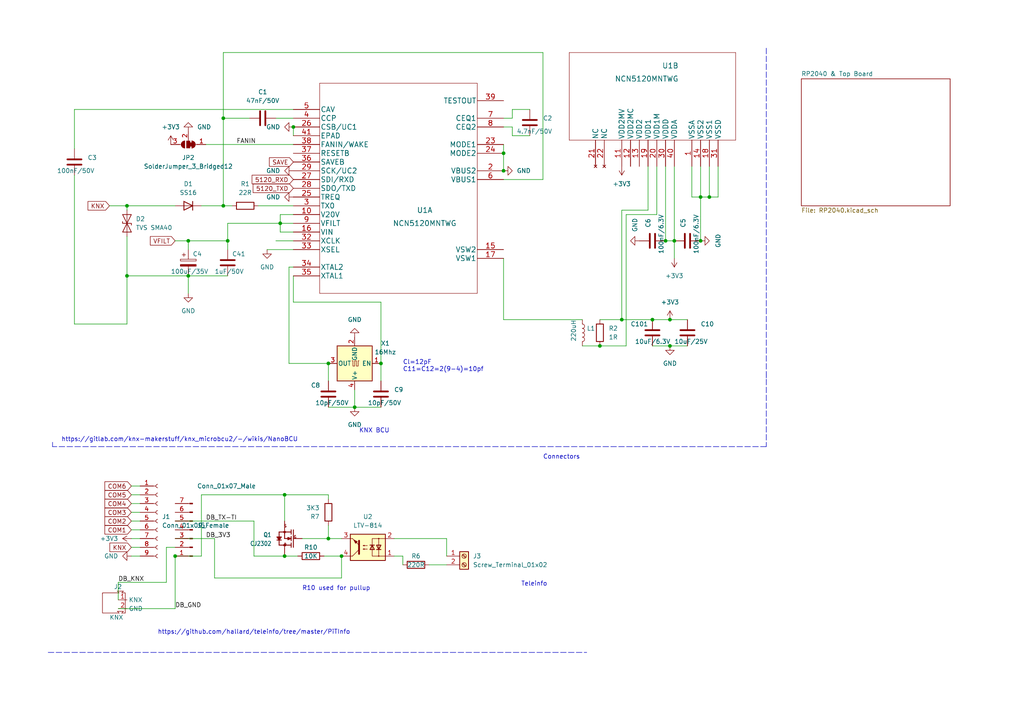
<source format=kicad_sch>
(kicad_sch (version 20211123) (generator eeschema)
  (paper "A4")
  (title_block (title "KNX - TPInfo") (date "2022-11-17") (rev "02") (company "Emmanuel Carjat") (comment 1 "KNX schematics from SirSysdom NanoBCU") (comment 2 "Teleinfo from Charles Hallard"))
  (lib_symbols
    (symbol "2022-10-30_19-40-08:NCN5120MNTWG" (pin_names (offset 0.254))
      (property "Reference" "U" (at 30.48 12.7 0))
      (property "Value" "NCN5120MNTWG" (at 30.48 10.16 0))
      (symbol "NCN5120MNTWG_1_1"
        (polyline (pts (xy 7.62 -53.34) (xy 53.34 -53.34)) (stroke (width 0.127)))
        (polyline (pts (xy 7.62 7.62) (xy 7.62 -53.34)) (stroke (width 0.127)))
        (polyline (pts (xy 53.34 -53.34) (xy 53.34 7.62)) (stroke (width 0.127)))
        (polyline (pts (xy 53.34 7.62) (xy 7.62 7.62)) (stroke (width 0.127)))
        (pin unspecified line (at 0 -30.48 0) (length 7.62) (name "V20V") (number "10"))
        (pin bidirectional line (at 60.96 -40.64 180) (length 7.62) (name "VSW2") (number "15"))
        (pin unspecified line (at 0 -35.56 0) (length 7.62) (name "VIN") (number "16"))
        (pin bidirectional line (at 60.96 -43.18 180) (length 7.62) (name "VSW1") (number "17"))
        (pin bidirectional line (at 60.96 -17.78 180) (length 7.62) (name "VBUS2") (number "2"))
        (pin bidirectional line (at 60.96 -10.16 180) (length 7.62) (name "MODE1") (number "23"))
        (pin bidirectional line (at 60.96 -12.7 180) (length 7.62) (name "MODE2") (number "24"))
        (pin unspecified line (at 0 -25.4 0) (length 7.62) (name "TREQ") (number "25"))
        (pin unspecified line (at 0 -5.08 0) (length 7.62) (name "CSB/UC1") (number "26"))
        (pin unspecified line (at 0 -20.32 0) (length 7.62) (name "SDI/RXD") (number "27"))
        (pin unspecified line (at 0 -22.86 0) (length 7.62) (name "SDO/TXD") (number "28"))
        (pin unspecified line (at 0 -17.78 0) (length 7.62) (name "SCK/UC2") (number "29"))
        (pin unspecified line (at 0 -27.94 0) (length 7.62) (name "TX0") (number "3"))
        (pin unspecified line (at 0 -38.1 0) (length 7.62) (name "XCLK") (number "32"))
        (pin unspecified line (at 0 -40.64 0) (length 7.62) (name "XSEL") (number "33"))
        (pin unspecified line (at 0 -45.72 0) (length 7.62) (name "XTAL2") (number "34"))
        (pin bidirectional line (at 0 -48.26 0) (length 7.62) (name "XTAL1") (number "35"))
        (pin unspecified line (at 0 -15.24 0) (length 7.62) (name "SAVEB") (number "36"))
        (pin unspecified line (at 0 -12.7 0) (length 7.62) (name "RESETB") (number "37"))
        (pin unspecified line (at 0 -10.16 0) (length 7.62) (name "FANIN/WAKE") (number "38"))
        (pin output line (at 60.96 2.54 180) (length 7.62) (name "TESTOUT") (number "39"))
        (pin unspecified line (at 0 -2.54 0) (length 7.62) (name "CCP") (number "4"))
        (pin unspecified line (at 0 -7.62 0) (length 7.62) (name "EPAD") (number "41"))
        (pin unspecified line (at 0 0 0) (length 7.62) (name "CAV") (number "5"))
        (pin bidirectional line (at 60.96 -20.32 180) (length 7.62) (name "VBUS1") (number "6"))
        (pin bidirectional line (at 60.96 -2.54 180) (length 7.62) (name "CEQ1") (number "7"))
        (pin bidirectional line (at 60.96 -5.08 180) (length 7.62) (name "CEQ2") (number "8"))
        (pin unspecified line (at 0 -33.02 0) (length 7.62) (name "VFILT") (number "9"))
      )
      (symbol "NCN5120MNTWG_2_1"
        (polyline (pts (xy 7.62 -40.64) (xy 33.02 -40.64)) (stroke (width 0.127)))
        (polyline (pts (xy 7.62 7.62) (xy 7.62 -40.64)) (stroke (width 0.127)))
        (polyline (pts (xy 33.02 -40.64) (xy 33.02 7.62)) (stroke (width 0.127)))
        (polyline (pts (xy 33.02 7.62) (xy 7.62 7.62)) (stroke (width 0.127)))
        (pin power_in line (at 0 -27.94 0) (length 7.62) (name "VSSA") (number "1"))
        (pin power_in line (at 0 -7.62 0) (length 7.62) (name "VDD2MV") (number "11"))
        (pin power_in line (at 0 -10.16 0) (length 7.62) (name "VDD2MC") (number "12"))
        (pin power_in line (at 0 -12.7 0) (length 7.62) (name "VDD2") (number "13"))
        (pin power_in line (at 0 -30.48 0) (length 7.62) (name "VSS2") (number "14"))
        (pin power_in line (at 0 -33.02 0) (length 7.62) (name "VSS1") (number "18"))
        (pin power_in line (at 0 -15.24 0) (length 7.62) (name "VDD1") (number "19"))
        (pin power_in line (at 0 -17.78 0) (length 7.62) (name "VDD1M") (number "20"))
        (pin no_connect line (at 0 0 0) (length 7.62) (name "NC") (number "21"))
        (pin no_connect line (at 0 -2.54 0) (length 7.62) (name "NC") (number "22"))
        (pin power_in line (at 0 -20.32 0) (length 7.62) (name "VDDD") (number "30"))
        (pin power_in line (at 0 -35.56 0) (length 7.62) (name "VSSD") (number "31"))
        (pin power_in line (at 0 -22.86 0) (length 7.62) (name "VDDA") (number "40"))
      )
    )
    (symbol "Connector:Conn_01x07_Male" (pin_names (offset 1.016) hide)
      (property "Reference" "J" (at 0 10.16 0))
      (property "Value" "Conn_01x07_Male" (at 0 -10.16 0))
      (symbol "Conn_01x07_Male_1_1"
        (polyline (pts (xy 1.27 -7.62) (xy 0.8636 -7.62)) (stroke (width 0.1524)))
        (polyline (pts (xy 1.27 -5.08) (xy 0.8636 -5.08)) (stroke (width 0.1524)))
        (polyline (pts (xy 1.27 -2.54) (xy 0.8636 -2.54)) (stroke (width 0.1524)))
        (polyline (pts (xy 1.27 0) (xy 0.8636 0)) (stroke (width 0.1524)))
        (polyline (pts (xy 1.27 2.54) (xy 0.8636 2.54)) (stroke (width 0.1524)))
        (polyline (pts (xy 1.27 5.08) (xy 0.8636 5.08)) (stroke (width 0.1524)))
        (polyline (pts (xy 1.27 7.62) (xy 0.8636 7.62)) (stroke (width 0.1524)))
        (rectangle (start 0.8636 -7.493) (end 0 -7.747) (stroke (width 0.1524)) (fill (type outline)))
        (rectangle (start 0.8636 -4.953) (end 0 -5.207) (stroke (width 0.1524)) (fill (type outline)))
        (rectangle (start 0.8636 -2.413) (end 0 -2.667) (stroke (width 0.1524)) (fill (type outline)))
        (rectangle (start 0.8636 0.127) (end 0 -0.127) (stroke (width 0.1524)) (fill (type outline)))
        (rectangle (start 0.8636 2.667) (end 0 2.413) (stroke (width 0.1524)) (fill (type outline)))
        (rectangle (start 0.8636 5.207) (end 0 4.953) (stroke (width 0.1524)) (fill (type outline)))
        (rectangle (start 0.8636 7.747) (end 0 7.493) (stroke (width 0.1524)) (fill (type outline)))
        (pin passive line (at 5.08 7.62 180) (length 3.81) (name "Pin_1") (number "1"))
        (pin passive line (at 5.08 5.08 180) (length 3.81) (name "Pin_2") (number "2"))
        (pin passive line (at 5.08 2.54 180) (length 3.81) (name "Pin_3") (number "3"))
        (pin passive line (at 5.08 0 180) (length 3.81) (name "Pin_4") (number "4"))
        (pin passive line (at 5.08 -2.54 180) (length 3.81) (name "Pin_5") (number "5"))
        (pin passive line (at 5.08 -5.08 180) (length 3.81) (name "Pin_6") (number "6"))
        (pin passive line (at 5.08 -7.62 180) (length 3.81) (name "Pin_7") (number "7"))
      )
    )
    (symbol "Connector:Conn_01x09_Female" (pin_names (offset 1.016) hide)
      (property "Reference" "J" (at 0 12.7 0))
      (property "Value" "Conn_01x09_Female" (at 0 -12.7 0))
      (symbol "Conn_01x09_Female_1_1"
        (arc (start 0 -9.652) (mid -0.508 -10.16) (end 0 -10.668) (stroke (width 0.1524)))
        (arc (start 0 -7.112) (mid -0.508 -7.62) (end 0 -8.128) (stroke (width 0.1524)))
        (arc (start 0 -4.572) (mid -0.508 -5.08) (end 0 -5.588) (stroke (width 0.1524)))
        (arc (start 0 -2.032) (mid -0.508 -2.54) (end 0 -3.048) (stroke (width 0.1524)))
        (polyline (pts (xy -1.27 -10.16) (xy -0.508 -10.16)) (stroke (width 0.1524)))
        (polyline (pts (xy -1.27 -7.62) (xy -0.508 -7.62)) (stroke (width 0.1524)))
        (polyline (pts (xy -1.27 -5.08) (xy -0.508 -5.08)) (stroke (width 0.1524)))
        (polyline (pts (xy -1.27 -2.54) (xy -0.508 -2.54)) (stroke (width 0.1524)))
        (polyline (pts (xy -1.27 0) (xy -0.508 0)) (stroke (width 0.1524)))
        (polyline (pts (xy -1.27 2.54) (xy -0.508 2.54)) (stroke (width 0.1524)))
        (polyline (pts (xy -1.27 5.08) (xy -0.508 5.08)) (stroke (width 0.1524)))
        (polyline (pts (xy -1.27 7.62) (xy -0.508 7.62)) (stroke (width 0.1524)))
        (polyline (pts (xy -1.27 10.16) (xy -0.508 10.16)) (stroke (width 0.1524)))
        (arc (start 0 0.508) (mid -0.508 0) (end 0 -0.508) (stroke (width 0.1524)))
        (arc (start 0 3.048) (mid -0.508 2.54) (end 0 2.032) (stroke (width 0.1524)))
        (arc (start 0 5.588) (mid -0.508 5.08) (end 0 4.572) (stroke (width 0.1524)))
        (arc (start 0 8.128) (mid -0.508 7.62) (end 0 7.112) (stroke (width 0.1524)))
        (arc (start 0 10.668) (mid -0.508 10.16) (end 0 9.652) (stroke (width 0.1524)))
        (pin passive line (at -5.08 10.16 0) (length 3.81) (name "Pin_1") (number "1"))
        (pin passive line (at -5.08 7.62 0) (length 3.81) (name "Pin_2") (number "2"))
        (pin passive line (at -5.08 5.08 0) (length 3.81) (name "Pin_3") (number "3"))
        (pin passive line (at -5.08 2.54 0) (length 3.81) (name "Pin_4") (number "4"))
        (pin passive line (at -5.08 0 0) (length 3.81) (name "Pin_5") (number "5"))
        (pin passive line (at -5.08 -2.54 0) (length 3.81) (name "Pin_6") (number "6"))
        (pin passive line (at -5.08 -5.08 0) (length 3.81) (name "Pin_7") (number "7"))
        (pin passive line (at -5.08 -7.62 0) (length 3.81) (name "Pin_8") (number "8"))
        (pin passive line (at -5.08 -10.16 0) (length 3.81) (name "Pin_9") (number "9"))
      )
    )
    (symbol "Connector:KNX"
      (property "Reference" "J" (at -3.302 5.588 0))
      (property "Value" "KNX" (at -1.27 -2.54 0))
      (symbol "KNX_0_1"
        (polyline (pts (xy 1.016 -1.27) (xy 2.032 -1.27)))
        (polyline (pts (xy 2.032 4.318) (xy 2.032 -1.27)))
        (polyline (pts (xy 0.254 -1.27) (xy -4.572 -1.27) (xy -4.572 4.318)))
        (polyline (pts (xy 0.254 4.572) (xy -4.572 4.572) (xy -4.572 4.318)))
        (polyline (pts (xy 1.016 4.572) (xy 2.032 4.572) (xy 2.032 4.318)))
        (polyline (pts (xy 1.016 -1.27) (xy 1.524 -0.762) (xy -0.254 -0.762) (xy 0.254 -1.27)))
        (polyline (pts (xy 1.016 4.572) (xy 1.524 5.08) (xy -0.254 5.08) (xy 0.254 4.572)))
      )
      (symbol "KNX_1_1"
        (pin input line (at 0 2.54 0) (length 2.54) (name "KNX") (number "1"))
        (pin input line (at 0 0 0) (length 2.54) (name "GND") (number "2"))
      )
    )
    (symbol "Connector:Screw_Terminal_01x02" (pin_names (offset 1.016) hide)
      (property "Reference" "J" (at 0 2.54 0))
      (property "Value" "Screw_Terminal_01x02" (at 0 -5.08 0))
      (symbol "Screw_Terminal_01x02_1_1"
        (rectangle (start -1.27 1.27) (end 1.27 -3.81) (stroke (width 0.254)) (fill (type background)))
        (circle (center 0 -2.54) (radius 0.635) (stroke (width 0.1524)))
        (polyline (pts (xy -0.5334 -2.2098) (xy 0.3302 -3.048)) (stroke (width 0.1524)))
        (polyline (pts (xy -0.5334 0.3302) (xy 0.3302 -0.508)) (stroke (width 0.1524)))
        (polyline (pts (xy -0.3556 -2.032) (xy 0.508 -2.8702)) (stroke (width 0.1524)))
        (polyline (pts (xy -0.3556 0.508) (xy 0.508 -0.3302)) (stroke (width 0.1524)))
        (circle (center 0 0) (radius 0.635) (stroke (width 0.1524)))
        (pin passive line (at -5.08 0 0) (length 3.81) (name "Pin_1") (number "1"))
        (pin passive line (at -5.08 -2.54 0) (length 3.81) (name "Pin_2") (number "2"))
      )
    )
    (symbol "Device:C" (pin_numbers hide) (pin_names (offset 0.254))
      (property "Reference" "C" (at 0.635 2.54 0))
      (property "Value" "C" (at 0.635 -2.54 0))
      (symbol "C_0_1"
        (polyline (pts (xy -2.032 -0.762) (xy 2.032 -0.762)) (stroke (width 0.508)))
        (polyline (pts (xy -2.032 0.762) (xy 2.032 0.762)) (stroke (width 0.508)))
      )
      (symbol "C_1_1"
        (pin passive line (at 0 3.81 270) (length 2.794) (name "~") (number "1"))
        (pin passive line (at 0 -3.81 90) (length 2.794) (name "~") (number "2"))
      )
    )
    (symbol "Device:C_Polarized" (pin_numbers hide) (pin_names (offset 0.254))
      (property "Reference" "C" (at 0.635 2.54 0))
      (property "Value" "C_Polarized" (at 0.635 -2.54 0))
      (symbol "C_Polarized_0_1"
        (rectangle (start -2.286 0.508) (end 2.286 1.016))
        (polyline (pts (xy -1.778 2.286) (xy -0.762 2.286)))
        (polyline (pts (xy -1.27 2.794) (xy -1.27 1.778)))
        (rectangle (start 2.286 -0.508) (end -2.286 -1.016) (fill (type outline)))
      )
      (symbol "C_Polarized_1_1"
        (pin passive line (at 0 3.81 270) (length 2.794) (name "~") (number "1"))
        (pin passive line (at 0 -3.81 90) (length 2.794) (name "~") (number "2"))
      )
    )
    (symbol "Device:L" (pin_numbers hide) (pin_names (offset 1.016) hide)
      (property "Reference" "L" (at -1.27 0 90))
      (property "Value" "L" (at 1.905 0 90))
      (symbol "L_0_1"
        (arc (start 0 -2.54) (mid 0.635 -1.905) (end 0 -1.27))
        (arc (start 0 -1.27) (mid 0.635 -0.635) (end 0 0))
        (arc (start 0 0) (mid 0.635 0.635) (end 0 1.27))
        (arc (start 0 1.27) (mid 0.635 1.905) (end 0 2.54))
      )
      (symbol "L_1_1"
        (pin passive line (at 0 3.81 270) (length 1.27) (name "1") (number "1"))
        (pin passive line (at 0 -3.81 90) (length 1.27) (name "2") (number "2"))
      )
    )
    (symbol "Device:R" (pin_numbers hide) (pin_names (offset 0))
      (property "Reference" "R" (at 2.032 0 90))
      (property "Value" "R" (at 0 0 90))
      (symbol "R_0_1"
        (rectangle (start -1.016 -2.54) (end 1.016 2.54) (stroke (width 0.254)))
      )
      (symbol "R_1_1"
        (pin passive line (at 0 3.81 270) (length 1.27) (name "~") (number "1"))
        (pin passive line (at 0 -3.81 90) (length 1.27) (name "~") (number "2"))
      )
    )
    (symbol "Diode:1N4148" (pin_numbers hide) (pin_names hide)
      (property "Reference" "D" (at 0 2.54 0))
      (property "Value" "1N4148" (at 0 -2.54 0))
      (symbol "1N4148_0_1"
        (polyline (pts (xy -1.27 1.27) (xy -1.27 -1.27)) (stroke (width 0.254)))
        (polyline (pts (xy 1.27 0) (xy -1.27 0)))
        (polyline (pts (xy 1.27 1.27) (xy 1.27 -1.27) (xy -1.27 0) (xy 1.27 1.27)) (stroke (width 0.254)))
      )
      (symbol "1N4148_1_1"
        (pin passive line (at -3.81 0 0) (length 2.54) (name "K") (number "1"))
        (pin passive line (at 3.81 0 180) (length 2.54) (name "A") (number "2"))
      )
    )
    (symbol "Diode:SD36_SOD323" (pin_numbers hide) (pin_names (offset 1.016) hide)
      (property "Reference" "D" (at 0 2.54 0))
      (property "Value" "SD36_SOD323" (at 0 -2.54 0))
      (symbol "SD36_SOD323_0_1"
        (polyline (pts (xy 1.27 0) (xy -1.27 0)))
        (polyline (pts (xy -2.54 -1.27) (xy 0 0) (xy -2.54 1.27) (xy -2.54 -1.27)) (stroke (width 0.2032)))
        (polyline (pts (xy 0.508 1.27) (xy 0 1.27) (xy 0 -1.27) (xy -0.508 -1.27)) (stroke (width 0.2032)))
        (polyline (pts (xy 2.54 1.27) (xy 2.54 -1.27) (xy 0 0) (xy 2.54 1.27)) (stroke (width 0.2032)))
      )
      (symbol "SD36_SOD323_1_1"
        (pin passive line (at -3.81 0 0) (length 2.54) (name "A1") (number "1"))
        (pin passive line (at 3.81 0 180) (length 2.54) (name "A2") (number "2"))
      )
    )
    (symbol "Isolator:LTV-814" (pin_names (offset 1.016))
      (property "Reference" "U" (at -5.08 5.08 0))
      (property "Value" "LTV-814" (at 0 5.08 0))
      (symbol "LTV-814_0_1"
        (rectangle (start -5.08 3.81) (end 5.08 -3.81) (stroke (width 0.254)) (fill (type background)))
        (circle (center -3.175 -2.54) (radius 0.127))
        (circle (center -3.175 2.54) (radius 0.127))
        (polyline (pts (xy -3.175 2.54) (xy -3.175 -2.54)))
        (polyline (pts (xy -1.905 -0.635) (xy -0.635 -0.635)) (stroke (width 0.254)))
        (polyline (pts (xy 2.54 0.635) (xy 4.445 2.54)))
        (polyline (pts (xy 4.445 -2.54) (xy 2.54 -0.635)) (fill (type outline)))
        (polyline (pts (xy 4.445 -2.54) (xy 5.08 -2.54)))
        (polyline (pts (xy 4.445 2.54) (xy 5.08 2.54)))
        (polyline (pts (xy -5.08 2.54) (xy -1.27 2.54) (xy -1.27 -0.762)))
        (polyline (pts (xy -1.27 -0.635) (xy -1.27 -2.54) (xy -5.08 -2.54)))
        (polyline (pts (xy 2.54 1.905) (xy 2.54 -1.905) (xy 2.54 -1.905)) (stroke (width 0.508)))
        (polyline (pts (xy -1.27 -0.635) (xy -1.905 0.635) (xy -0.635 0.635) (xy -1.27 -0.635)) (stroke (width 0.254)))
        (polyline (pts (xy 0.127 -0.508) (xy 1.397 -0.508) (xy 1.016 -0.635) (xy 1.016 -0.381) (xy 1.397 -0.508)))
        (polyline (pts (xy 0.127 0.508) (xy 1.397 0.508) (xy 1.016 0.381) (xy 1.016 0.635) (xy 1.397 0.508)))
        (polyline (pts (xy 3.048 -1.651) (xy 3.556 -1.143) (xy 4.064 -2.159) (xy 3.048 -1.651) (xy 3.048 -1.651)) (fill (type outline)))
      )
      (symbol "LTV-814_1_1"
        (polyline (pts (xy -3.81 0.635) (xy -2.54 0.635)) (stroke (width 0.254)))
        (polyline (pts (xy -3.175 0.635) (xy -3.81 -0.635) (xy -2.54 -0.635) (xy -3.175 0.635)) (stroke (width 0.254)))
        (pin passive line (at -7.62 2.54 0) (length 2.54) (name "~") (number "1"))
        (pin passive line (at -7.62 -2.54 0) (length 2.54) (name "~") (number "2"))
        (pin passive line (at 7.62 -2.54 180) (length 2.54) (name "~") (number "3"))
        (pin passive line (at 7.62 2.54 180) (length 2.54) (name "~") (number "4"))
      )
    )
    (symbol "Jumper:SolderJumper_3_Bridged12" (pin_names (offset 0) hide)
      (property "Reference" "JP" (at -2.54 -2.54 0))
      (property "Value" "SolderJumper_3_Bridged12" (at 0 2.794 0))
      (symbol "SolderJumper_3_Bridged12_0_1"
        (rectangle (start -1.016 0.508) (end -0.508 -0.508) (fill (type outline)))
        (arc (start -1.016 1.016) (mid -2.032 0) (end -1.016 -1.016))
        (arc (start -1.016 1.016) (mid -2.032 0) (end -1.016 -1.016) (fill (type outline)))
        (rectangle (start -0.508 1.016) (end 0.508 -1.016) (fill (type outline)))
        (polyline (pts (xy -2.54 0) (xy -2.032 0)))
        (polyline (pts (xy -1.016 1.016) (xy -1.016 -1.016)))
        (polyline (pts (xy 0 -1.27) (xy 0 -1.016)))
        (polyline (pts (xy 1.016 1.016) (xy 1.016 -1.016)))
        (polyline (pts (xy 2.54 0) (xy 2.032 0)))
        (arc (start 1.016 -1.016) (mid 2.032 0) (end 1.016 1.016))
        (arc (start 1.016 -1.016) (mid 2.032 0) (end 1.016 1.016) (fill (type outline)))
      )
      (symbol "SolderJumper_3_Bridged12_1_1"
        (pin passive line (at -5.08 0 0) (length 2.54) (name "A") (number "1"))
        (pin passive line (at 0 -3.81 90) (length 2.54) (name "C") (number "2"))
        (pin passive line (at 5.08 0 180) (length 2.54) (name "B") (number "3"))
      )
    )
    (symbol "KNXCurrent-eagle-import:MOSFET-N-''"
      (property "Reference" "Q" (at -3.81 2.54 0))
      (property "Value" "MOSFET-N-''" (at 0 2.54 0))
      (symbol "MOSFET-N-''_1_0"
        (circle (center 0 -1.905) (radius 0.254) (stroke (width 0.254)))
        (polyline (pts (xy -2.54 2.54) (xy -2.54 -2.54)) (stroke (width 0.254)))
        (polyline (pts (xy -1.905 -2.54) (xy -1.905 -1.905)) (stroke (width 0.254)))
        (polyline (pts (xy -1.905 -1.905) (xy -1.905 -1.27)) (stroke (width 0.254)))
        (polyline (pts (xy -1.905 -1.905) (xy 0 -1.905)) (stroke (width 0.254)))
        (polyline (pts (xy -1.905 0) (xy -1.905 -0.635)) (stroke (width 0.254)))
        (polyline (pts (xy -1.905 0) (xy -0.9525 -0.3175)) (stroke (width 0.254)))
        (polyline (pts (xy -1.905 0) (xy -0.9525 0.3175)) (stroke (width 0.254)))
        (polyline (pts (xy -1.905 0.635) (xy -1.905 0)) (stroke (width 0.254)))
        (polyline (pts (xy -1.905 1.905) (xy -1.905 1.27)) (stroke (width 0.254)))
        (polyline (pts (xy -1.905 1.905) (xy 0 1.905)) (stroke (width 0.254)))
        (polyline (pts (xy -1.905 2.54) (xy -1.905 1.905)) (stroke (width 0.254)))
        (polyline (pts (xy -1.5875 0) (xy -0.9525 -0.3175)) (stroke (width 0.254)))
        (polyline (pts (xy -0.9525 -0.3175) (xy -1.397 0.127)) (stroke (width 0.254)))
        (polyline (pts (xy -0.9525 -0.3175) (xy -0.9525 0.3175)) (stroke (width 0.254)))
        (polyline (pts (xy -0.9525 0.3175) (xy -1.5875 0)) (stroke (width 0.254)))
        (polyline (pts (xy 0 -1.905) (xy 0 -2.54)) (stroke (width 0.1524)))
        (polyline (pts (xy 0 0) (xy -1.5875 0)) (stroke (width 0.254)))
        (polyline (pts (xy 0 0) (xy 0 -1.905)) (stroke (width 0.254)))
        (polyline (pts (xy 0 1.905) (xy 1.5875 1.905)) (stroke (width 0.254)))
        (polyline (pts (xy 0 2.54) (xy 0 1.905)) (stroke (width 0.1524)))
        (polyline (pts (xy 0.9525 -0.4445) (xy 1.5875 0.4445)) (stroke (width 0.254)))
        (polyline (pts (xy 1.27 -0.4445) (xy 0.9525 -0.4445)) (stroke (width 0.254)))
        (polyline (pts (xy 1.5875 -1.905) (xy 0 -1.905)) (stroke (width 0.254)))
        (polyline (pts (xy 1.5875 -1.905) (xy 1.5875 0)) (stroke (width 0.254)))
        (polyline (pts (xy 1.5875 0) (xy 1.27 -0.4445)) (stroke (width 0.254)))
        (polyline (pts (xy 1.5875 0) (xy 1.27 -0.3175)) (stroke (width 0.254)))
        (polyline (pts (xy 1.5875 0) (xy 1.5875 0.4445)) (stroke (width 0.254)))
        (polyline (pts (xy 1.5875 0.4445) (xy 0.9525 0.4445)) (stroke (width 0.254)))
        (polyline (pts (xy 1.5875 0.4445) (xy 1.5875 1.905)) (stroke (width 0.254)))
        (polyline (pts (xy 1.5875 0.4445) (xy 2.2225 -0.4445)) (stroke (width 0.254)))
        (polyline (pts (xy 1.905 -0.4445) (xy 1.27 -0.4445)) (stroke (width 0.254)))
        (polyline (pts (xy 1.905 -0.4445) (xy 1.5875 0)) (stroke (width 0.254)))
        (polyline (pts (xy 1.905 -0.3175) (xy 1.5875 0)) (stroke (width 0.254)))
        (polyline (pts (xy 2.2225 -0.4445) (xy 1.905 -0.4445)) (stroke (width 0.254)))
        (polyline (pts (xy 2.2225 0.4445) (xy 1.5875 0.4445)) (stroke (width 0.254)))
        (circle (center 0 1.905) (radius 0.254) (stroke (width 0.254)))
        (text "D" (at -0.635 2.2225 0) (effects (font (size 0.8128 0.6908)) (justify left bottom)))
        (text "G" (at -3.4925 0 0) (effects (font (size 0.8128 0.6908)) (justify left bottom)))
        (text "S" (at -0.635 -3.175 0) (effects (font (size 0.8128 0.6908)) (justify left bottom)))
        (pin passive line (at -5.08 0 0) (length 2.54) (name "G") (number "1"))
        (pin passive line (at 0 -5.08 90) (length 2.54) (name "S") (number "2"))
        (pin passive line (at 0 5.08 270) (length 2.54) (name "D") (number "3"))
      )
    )
    (symbol "Oscillator:XO32" (pin_names (offset 0.254))
      (property "Reference" "X" (at -5.08 6.35 0))
      (property "Value" "XO32" (at 1.27 -6.35 0))
      (symbol "XO32_0_1"
        (rectangle (start -5.08 5.08) (end 5.08 -5.08) (stroke (width 0.254)) (fill (type background)))
        (polyline (pts (xy -1.27 -0.762) (xy -1.016 -0.762) (xy -1.016 0.762) (xy -0.508 0.762) (xy -0.508 -0.762) (xy 0 -0.762) (xy 0 0.762) (xy 0.508 0.762) (xy 0.508 -0.762) (xy 0.762 -0.762)))
      )
      (symbol "XO32_1_1"
        (pin input line (at -7.62 0 0) (length 2.54) (name "EN") (number "1"))
        (pin power_in line (at 0 -7.62 90) (length 2.54) (name "GND") (number "2"))
        (pin output line (at 7.62 0 180) (length 2.54) (name "OUT") (number "3"))
        (pin power_in line (at 0 7.62 270) (length 2.54) (name "V+") (number "4"))
      )
    )
    (symbol "power:+3V3" (power) (pin_names (offset 0))
      (property "Value" "+3V3" (at 0 3.556 0))
      (symbol "+3V3_0_1"
        (polyline (pts (xy -0.762 1.27) (xy 0 2.54)))
        (polyline (pts (xy 0 0) (xy 0 2.54)))
        (polyline (pts (xy 0 2.54) (xy 0.762 1.27)))
      )
      (symbol "+3V3_1_1"
        (pin power_in line (at 0 0 90) (length 0) hide (name "+3V3") (number "1"))
      )
    )
    (symbol "power:GND" (power) (pin_names (offset 0))
      (property "Value" "GND" (at 0 -3.81 0))
      (symbol "GND_0_1"
        (polyline (pts (xy 0 0) (xy 0 -1.27) (xy 1.27 -1.27) (xy 0 -2.54) (xy -1.27 -1.27) (xy 0 -1.27)))
      )
      (symbol "GND_1_1"
        (pin power_in line (at 0 0 270) (length 0) hide (name "GND") (number "1"))
      )
    )
  )
  (junction (at 102.87 118.11))
  (junction (at 203.2 57.15))
  (junction (at 146.05 49.53))
  (junction (at 110.49 105.41))
  (junction (at 205.74 57.15))
  (junction (at 66.04 69.85))
  (junction (at 85.09 36.83))
  (junction (at 82.55 143.51))
  (junction (at 194.31 92.71))
  (junction (at 193.04 69.85))
  (junction (at 194.31 100.33))
  (junction (at 203.2 69.85))
  (junction (at 189.23 92.71))
  (junction (at 146.05 44.45))
  (junction (at 36.83 59.69))
  (junction (at 180.34 92.71))
  (junction (at 95.25 156.21))
  (junction (at 50.8 161.29))
  (junction (at 82.55 161.29))
  (junction (at 54.61 80.01))
  (junction (at 64.77 34.29))
  (junction (at 64.77 59.69))
  (junction (at 99.06 161.29))
  (junction (at 173.99 100.33))
  (junction (at 36.83 80.01))
  (junction (at 81.28 64.77))
  (junction (at 95.25 105.41))
  (junction (at 195.58 69.85))
  (junction (at 54.61 69.85))
  (polyline (pts (xy 222.25 13.97) (xy 222.25 129.54)))
  (wire (pts (xy 80.01 34.29) (xy 85.09 34.29)))
  (wire (pts (xy 99.06 167.64) (xy 62.23 167.64)))
  (wire (pts (xy 74.93 59.69) (xy 85.09 59.69)))
  (wire (pts (xy 82.55 161.29) (xy 73.66 161.29)))
  (wire (pts (xy 146.05 44.45) (xy 146.05 49.53)))
  (wire (pts (xy 50.8 161.29) (xy 58.42 161.29)))
  (wire (pts (xy 81.28 62.23) (xy 85.09 62.23)))
  (wire (pts (xy 36.83 93.98) (xy 21.59 93.98)))
  (wire (pts (xy 64.77 15.24) (xy 64.77 34.29)))
  (wire (pts (xy 99.06 161.29) (xy 99.06 167.64)))
  (wire (pts (xy 146.05 34.29) (xy 148.59 34.29)))
  (wire (pts (xy 190.5 62.23) (xy 181.61 62.23)))
  (wire (pts (xy 157.48 52.07) (xy 157.48 15.24)))
  (wire (pts (xy 40.64 148.59) (xy 38.1 148.59)))
  (wire (pts (xy 180.34 92.71) (xy 189.23 92.71)))
  (wire (pts (xy 93.98 161.29) (xy 99.06 161.29)))
  (wire (pts (xy 40.64 158.75) (xy 38.1 158.75)))
  (wire (pts (xy 193.04 69.85) (xy 193.04 48.26)))
  (wire (pts (xy 31.75 59.69) (xy 36.83 59.69)))
  (wire (pts (xy 203.2 69.85) (xy 203.2 57.15)))
  (wire (pts (xy 85.09 36.83) (xy 85.09 39.37)))
  (wire (pts (xy 193.04 69.85) (xy 195.58 69.85)))
  (wire (pts (xy 48.26 168.91) (xy 48.26 158.75)))
  (wire (pts (xy 95.25 156.21) (xy 99.06 156.21)))
  (wire (pts (xy 62.23 167.64) (xy 62.23 156.21)))
  (wire (pts (xy 59.69 41.91) (xy 85.09 41.91)))
  (wire (pts (xy 82.55 161.29) (xy 86.36 161.29)))
  (wire (pts (xy 54.61 80.01) (xy 66.04 80.01)))
  (wire (pts (xy 58.42 59.69) (xy 64.77 59.69)))
  (wire (pts (xy 54.61 80.01) (xy 54.61 85.09)))
  (wire (pts (xy 157.48 15.24) (xy 64.77 15.24)))
  (wire (pts (xy 54.61 69.85) (xy 54.61 72.39)))
  (wire (pts (xy 116.84 161.29) (xy 116.84 163.83)))
  (wire (pts (xy 73.66 161.29) (xy 73.66 151.13)))
  (wire (pts (xy 40.64 156.21) (xy 38.1 156.21)))
  (wire (pts (xy 64.77 59.69) (xy 67.31 59.69)))
  (wire (pts (xy 62.23 156.21) (xy 50.8 156.21)))
  (wire (pts (xy 173.99 92.71) (xy 180.34 92.71)))
  (wire (pts (xy 102.87 113.03) (xy 102.87 118.11)))
  (wire (pts (xy 81.28 64.77) (xy 85.09 64.77)))
  (wire (pts (xy 40.64 151.13) (xy 38.1 151.13)))
  (wire (pts (xy 81.28 64.77) (xy 81.28 67.31)))
  (wire (pts (xy 148.59 39.37) (xy 148.59 36.83)))
  (wire (pts (xy 82.55 143.51) (xy 95.25 143.51)))
  (wire (pts (xy 168.91 92.71) (xy 146.05 92.71)))
  (wire (pts (xy 148.59 34.29) (xy 148.59 31.75)))
  (wire (pts (xy 146.05 52.07) (xy 157.48 52.07)))
  (wire (pts (xy 205.74 57.15) (xy 203.2 57.15)))
  (wire (pts (xy 129.54 156.21) (xy 129.54 161.29)))
  (wire (pts (xy 114.3 156.21) (xy 129.54 156.21)))
  (wire (pts (xy 180.34 60.96) (xy 180.34 92.71)))
  (polyline (pts (xy 15.24 128.27) (xy 15.24 129.54)))
  (wire (pts (xy 195.58 69.85) (xy 195.58 74.93)))
  (wire (pts (xy 50.8 69.85) (xy 54.61 69.85)))
  (wire (pts (xy 50.8 176.53) (xy 50.8 161.29)))
  (wire (pts (xy 102.87 118.11) (xy 110.49 118.11)))
  (wire (pts (xy 58.42 161.29) (xy 58.42 143.51)))
  (wire (pts (xy 82.55 151.13) (xy 82.55 143.51)))
  (wire (pts (xy 146.05 36.83) (xy 148.59 36.83)))
  (wire (pts (xy 36.83 59.69) (xy 50.8 59.69)))
  (wire (pts (xy 195.58 69.85) (xy 195.58 48.26)))
  (wire (pts (xy 110.49 87.63) (xy 110.49 105.41)))
  (wire (pts (xy 36.83 80.01) (xy 36.83 93.98)))
  (wire (pts (xy 194.31 92.71) (xy 199.39 92.71)))
  (wire (pts (xy 58.42 143.51) (xy 82.55 143.51)))
  (wire (pts (xy 146.05 41.91) (xy 146.05 44.45)))
  (wire (pts (xy 64.77 34.29) (xy 72.39 34.29)))
  (wire (pts (xy 85.09 87.63) (xy 110.49 87.63)))
  (wire (pts (xy 148.59 31.75) (xy 153.67 31.75)))
  (wire (pts (xy 95.25 118.11) (xy 102.87 118.11)))
  (wire (pts (xy 203.2 57.15) (xy 200.66 57.15)))
  (wire (pts (xy 180.34 60.96) (xy 187.96 60.96)))
  (wire (pts (xy 66.04 64.77) (xy 81.28 64.77)))
  (wire (pts (xy 34.29 168.91) (xy 34.29 173.99)))
  (wire (pts (xy 83.82 77.47) (xy 83.82 105.41)))
  (wire (pts (xy 95.25 105.41) (xy 95.25 110.49)))
  (polyline (pts (xy 222.25 129.54) (xy 15.24 129.54)))
  (wire (pts (xy 205.74 57.15) (xy 205.74 48.26)))
  (wire (pts (xy 194.31 100.33) (xy 199.39 100.33)))
  (wire (pts (xy 87.63 156.21) (xy 95.25 156.21)))
  (wire (pts (xy 146.05 74.93) (xy 146.05 92.71)))
  (wire (pts (xy 114.3 161.29) (xy 116.84 161.29)))
  (polyline (pts (xy 222.25 107.95) (xy 222.25 110.49)))
  (wire (pts (xy 95.25 144.78) (xy 95.25 143.51)))
  (wire (pts (xy 34.29 176.53) (xy 50.8 176.53)))
  (wire (pts (xy 83.82 105.41) (xy 95.25 105.41)))
  (wire (pts (xy 85.09 77.47) (xy 83.82 77.47)))
  (wire (pts (xy 181.61 62.23) (xy 181.61 100.33)))
  (wire (pts (xy 173.99 100.33) (xy 181.61 100.33)))
  (wire (pts (xy 208.28 48.26) (xy 208.28 57.15)))
  (wire (pts (xy 190.5 48.26) (xy 190.5 62.23)))
  (wire (pts (xy 85.09 31.75) (xy 21.59 31.75)))
  (wire (pts (xy 189.23 100.33) (xy 194.31 100.33)))
  (wire (pts (xy 200.66 57.15) (xy 200.66 48.26)))
  (wire (pts (xy 36.83 68.58) (xy 36.83 80.01)))
  (wire (pts (xy 153.67 39.37) (xy 148.59 39.37)))
  (wire (pts (xy 36.83 59.69) (xy 36.83 60.96)))
  (wire (pts (xy 110.49 105.41) (xy 110.49 110.49)))
  (wire (pts (xy 208.28 57.15) (xy 205.74 57.15)))
  (wire (pts (xy 187.96 48.26) (xy 187.96 60.96)))
  (wire (pts (xy 54.61 80.01) (xy 36.83 80.01)))
  (wire (pts (xy 40.64 161.29) (xy 38.1 161.29)))
  (wire (pts (xy 80.01 69.85) (xy 85.09 69.85)))
  (wire (pts (xy 40.64 153.67) (xy 38.1 153.67)))
  (wire (pts (xy 21.59 50.8) (xy 21.59 93.98)))
  (wire (pts (xy 203.2 57.15) (xy 203.2 48.26)))
  (wire (pts (xy 40.64 146.05) (xy 38.1 146.05)))
  (wire (pts (xy 168.91 100.33) (xy 173.99 100.33)))
  (wire (pts (xy 81.28 62.23) (xy 81.28 64.77)))
  (wire (pts (xy 85.09 67.31) (xy 81.28 67.31)))
  (wire (pts (xy 124.46 163.83) (xy 129.54 163.83)))
  (wire (pts (xy 85.09 80.01) (xy 85.09 87.63)))
  (wire (pts (xy 48.26 158.75) (xy 50.8 158.75)))
  (wire (pts (xy 66.04 69.85) (xy 66.04 72.39)))
  (wire (pts (xy 40.64 143.51) (xy 38.1 143.51)))
  (wire (pts (xy 21.59 31.75) (xy 21.59 43.18)))
  (wire (pts (xy 54.61 69.85) (xy 66.04 69.85)))
  (wire (pts (xy 64.77 59.69) (xy 64.77 34.29)))
  (polyline (pts (xy 13.97 189.23) (xy 170.18 189.23)))
  (wire (pts (xy 66.04 69.85) (xy 66.04 64.77)))
  (wire (pts (xy 95.25 152.4) (xy 95.25 156.21)))
  (wire (pts (xy 40.64 140.97) (xy 38.1 140.97)))
  (wire (pts (xy 34.29 168.91) (xy 48.26 168.91)))
  (wire (pts (xy 189.23 92.71) (xy 194.31 92.71)))
  (wire (pts (xy 77.47 72.39) (xy 85.09 72.39)))
  (wire (pts (xy 50.8 151.13) (xy 73.66 151.13)))
  (text "Connectors" (at 157.48 133.35 0) (effects (font (size 1.27 1.27)) (justify left bottom)))
  (text "R10 used for pullup" (at 87.63 171.45 0) (effects (font (size 1.27 1.27)) (justify left bottom)))
  (text "https://github.com/hallard/teleinfo/tree/master/PiTInfo" (at 45.72 184.15 0) (effects (font (size 1.27 1.27)) (justify left bottom)))
  (text "Teleinfo" (at 151.13 170.18 0) (effects (font (size 1.27 1.27)) (justify left bottom)))
  (text "Cl=12pF\nC11=C12=2(9-4)=10pf" (at 116.84 107.95 0) (effects (font (size 1.27 1.27)) (justify left bottom)))
  (text "KNX BCU" (at 104.14 125.73 0) (effects (font (size 1.27 1.27)) (justify left bottom)))
  (text "https://gitlab.com/knx-makerstuff/knx_microbcu2/-/wikis/NanoBCU" (at 17.78 128.27 0) (effects (font (size 1.27 1.27)) (justify left bottom)))
  (label "DB_3V3" (at 59.69 156.21 0))
  (label "DB_TX-TI" (at 59.69 151.13 0))
  (label "DB_KNX" (at 34.29 168.91 0))
  (label "FANIN" (at 68.58 41.91 0))
  (label "DB_GND" (at 50.8 176.53 0))
  (global_label "SAVE" (shape input) (at 85.09 46.99 180) (property "Intersheet References" "${INTERSHEET_REFS}" (effects hide)))
  (global_label "VFILT" (shape input) (at 50.8 69.85 180) (property "Intersheet References" "${INTERSHEET_REFS}" (effects hide)))
  (global_label "COM5" (shape input) (at 38.1 143.51 180) (property "Intersheet References" "${INTERSHEET_REFS}" (effects hide)))
  (global_label "COM4" (shape input) (at 38.1 146.05 180) (property "Intersheet References" "${INTERSHEET_REFS}" (effects hide)))
  (global_label "COM3" (shape input) (at 38.1 148.59 180) (property "Intersheet References" "${INTERSHEET_REFS}" (effects hide)))
  (global_label "5120_RXD" (shape input) (at 85.09 52.07 180) (property "Intersheet References" "${INTERSHEET_REFS}" (effects hide)))
  (global_label "COM2" (shape input) (at 38.1 151.13 180) (property "Intersheet References" "${INTERSHEET_REFS}" (effects hide)))
  (global_label "KNX" (shape input) (at 31.75 59.69 180) (property "Intersheet References" "${INTERSHEET_REFS}" (effects hide)))
  (global_label "5120_TXD" (shape input) (at 85.09 54.61 180) (property "Intersheet References" "${INTERSHEET_REFS}" (effects hide)))
  (global_label "COM1" (shape input) (at 38.1 153.67 180) (property "Intersheet References" "${INTERSHEET_REFS}" (effects hide)))
  (global_label "KNX" (shape input) (at 38.1 158.75 180) (property "Intersheet References" "${INTERSHEET_REFS}" (effects hide)))
  (global_label "COM6" (shape input) (at 38.1 140.97 180) (property "Intersheet References" "${INTERSHEET_REFS}" (effects hide)))
  (symbol (lib_id "Device:C") (at 199.39 96.52 0) (unit 1)
    (property "Reference" "C10" (at 203.2 93.98 0) (effects (justify left)))
    (property "Value" "10uF/25V" (at 195.58 99.06 0) (effects (justify left)))
    (property "Footprint" "Capacitor_SMD:C_0603_1608Metric" (effects hide))
    (property "LCSC" "C96446" (effects hide))
  )
  (symbol (lib_id "Device:R") (at 95.25 148.59 0) (unit 1)
    (property "Reference" "R7" (at 92.71 149.8601 0) (effects (justify right)))
    (property "Value" "3K3" (at 92.71 147.3201 0) (effects (justify right)))
    (property "Footprint" "Resistor_SMD:R_0805_2012Metric" (effects hide))
    (property "LCSC" "C26010" (effects hide))
  )
  (symbol (lib_id "power:GND") (at 185.42 69.85 270) (unit 1)
    (property "Reference" "#PWR0109" (effects hide))
    (property "Value" "GND" (at 184.1499 67.31 0) (effects (justify right)))
  )
  (symbol (lib_id "Connector:Conn_01x09_Female") (at 45.72 151.13 0) (unit 1)
    (property "Reference" "J1" (at 46.99 149.8599 0) (effects (justify left)))
    (property "Value" "Conn_01x09_Female" (at 46.99 152.3999 0) (effects (justify left)))
    (property "Footprint" "Connector_PinSocket_2.54mm:PinSocket_1x09_P2.54mm_Vertical" (effects hide))
  )
  (symbol (lib_id "Device:C") (at 76.2 34.29 90) (unit 1)
    (property "Reference" "C1" (at 76.2 26.67 90))
    (property "Value" "47nF/50V" (at 76.2 29.21 90))
    (property "Footprint" "Capacitor_SMD:C_0603_1608Metric" (effects hide))
    (property "LCSC" "C1622" (effects hide))
  )
  (symbol (lib_id "Device:C") (at 21.59 46.99 0) (unit 1)
    (property "Reference" "C3" (at 25.4 45.7199 0) (effects (justify left)))
    (property "Value" "100nF/50V" (at 16.51 49.53 0) (effects (justify left)))
    (property "Footprint" "Capacitor_SMD:C_0603_1608Metric" (effects hide))
    (property "LCSC" " C14663" (effects hide))
  )
  (symbol (lib_id "power:+3V3") (at 195.58 74.93 180) (unit 1)
    (property "Reference" "#PWR0118" (effects hide))
    (property "Value" "+3V3" (at 195.58 80.01 0))
  )
  (symbol (lib_id "power:GND") (at 203.2 69.85 90) (unit 1)
    (property "Reference" "#PWR0110" (effects hide))
    (property "Value" "GND" (at 208.28 69.85 0))
  )
  (symbol (lib_id "Jumper:SolderJumper_3_Bridged12") (at 54.61 41.91 180) (unit 1)
    (property "Reference" "JP2" (at 54.61 45.72 0))
    (property "Value" "SolderJumper_3_Bridged12" (at 54.61 48.26 0))
    (property "Footprint" "Jumper:SolderJumper-3_P1.3mm_Bridged2Bar12_RoundedPad1.0x1.5mm_NumberLabels" (effects hide))
  )
  (symbol (lib_id "Device:C") (at 189.23 96.52 0) (unit 1)
    (property "Reference" "C101" (at 182.88 93.98 0) (effects (justify left)))
    (property "Value" "10uF/6.3V" (at 184.15 99.06 0) (effects (justify left)))
    (property "Footprint" "Capacitor_SMD:C_0805_2012Metric" (effects hide))
    (property "LCSC" "C15850" (effects hide))
  )
  (symbol (lib_id "Device:C_Polarized") (at 54.61 76.2 0) (unit 1)
    (property "Reference" "C4" (at 55.88 73.66 0) (effects (justify left)))
    (property "Value" "100uF/35V" (at 49.53 78.74 0) (effects (justify left)))
    (property "Footprint" "Capacitor_SMD:CP_Elec_6.3x5.7" (effects hide))
    (property "LCSC" "C249982" (effects hide))
  )
  (symbol (lib_id "Device:C") (at 66.04 76.2 0) (unit 1)
    (property "Reference" "C41" (at 67.31 73.66 0) (effects (justify left)))
    (property "Value" "1uF/50V" (at 62.23 78.74 0) (effects (justify left)))
    (property "Footprint" "Capacitor_SMD:C_0603_1608Metric" (effects hide))
    (property "LCSC" "C15849" (effects hide))
  )
  (symbol (lib_id "power:GND") (at 102.87 97.79 180) (unit 1)
    (property "Reference" "#PWR0113" (effects hide))
    (property "Value" "GND" (at 102.87 92.71 0))
  )
  (symbol (lib_id "Connector:Screw_Terminal_01x02") (at 134.62 161.29 0) (unit 1)
    (property "Reference" "J3" (at 137.16 161.2899 0) (effects (justify left)))
    (property "Value" "Screw_Terminal_01x02" (at 137.16 163.8299 0) (effects (justify left)))
    (property "Footprint" "TerminalBlock:TerminalBlock_Altech_AK300-2_P5.00mm" (effects hide))
  )
  (symbol (lib_id "power:+3V3") (at 38.1 156.21 90) (unit 1)
    (property "Reference" "#PWR03" (effects hide))
    (property "Value" "+3V3" (at 34.29 156.2101 90) (effects (justify left)))
  )
  (symbol (lib_id "Isolator:LTV-814") (at 106.68 158.75 180) (unit 1)
    (property "Reference" "U2" (at 106.68 149.86 0))
    (property "Value" "LTV-814" (at 106.68 152.4 0))
    (property "Footprint" "Libraries:OPTO-SMD4" (effects hide))
    (property "LCSC" "C125118" (effects hide))
  )
  (symbol (lib_id "power:GND") (at 38.1 161.29 270) (unit 1)
    (property "Reference" "#PWR04" (effects hide))
    (property "Value" "GND" (at 34.29 161.2901 90) (effects (justify right)))
  )
  (symbol (lib_id "Device:C") (at 95.25 114.3 0) (unit 1)
    (property "Reference" "C8" (at 90.17 111.76 0) (effects (justify left)))
    (property "Value" "10pF/50V" (at 91.44 116.84 0) (effects (justify left)))
    (property "Footprint" "Capacitor_SMD:C_0402_1005Metric" (effects hide))
    (property "LCSC" "C32949" (effects hide))
  )
  (symbol (lib_id "Device:R") (at 173.99 96.52 180) (unit 1)
    (property "Reference" "R2" (at 176.53 95.2499 0) (effects (justify right)))
    (property "Value" "1R" (at 176.53 97.7899 0) (effects (justify right)))
    (property "Footprint" "Resistor_SMD:R_0402_1005Metric" (effects hide))
    (property "LCSC" "C332612" (effects hide))
  )
  (symbol (lib_id "Oscillator:XO32") (at 102.87 105.41 180) (unit 1)
    (property "Reference" "X1" (at 111.76 99.5805 0))
    (property "Value" "16Mhz" (at 111.76 102.1205 0))
    (property "Footprint" "Crystal:Crystal_SMD_3225-4Pin_3.2x2.5mm" (effects hide))
    (property "LCSC" " C13738" (effects hide))
  )
  (symbol (lib_id "KNXCurrent-eagle-import:MOSFET-N-''") (at 82.55 156.21 180) (unit 1)
    (property "Reference" "Q1" (at 78.74 155.1179 0) (effects (font (size 1.27 1.0795)) (justify left)))
    (property "Value" "CJ2302" (at 78.74 157.6579 0) (effects (font (size 1.27 1.0795)) (justify left)))
    (property "Footprint" "Package_TO_SOT_SMD:SOT-23" (effects hide))
    (property "LCSC" "C2910175" (effects hide))
  )
  (symbol (lib_id "Device:C") (at 153.67 35.56 0) (unit 1)
    (property "Reference" "C2" (at 157.48 34.2899 0) (effects (justify left)))
    (property "Value" "4.7nF/50V" (at 149.86 38.1 0) (effects (justify left)))
    (property "Footprint" "Capacitor_SMD:C_0603_1608Metric" (effects hide))
    (property "LCSC" "C53987" (effects hide))
  )
  (symbol (lib_id "power:GND") (at 85.09 36.83 270) (unit 1)
    (property "Reference" "#PWR0101" (effects hide))
    (property "Value" "GND" (at 81.28 36.8299 90) (effects (justify right)))
  )
  (symbol (lib_id "power:+3V3") (at 49.53 41.91 0) (unit 1)
    (property "Reference" "#PWR01" (effects hide))
    (property "Value" "+3V3" (at 49.53 36.83 0))
  )
  (symbol (lib_id "Device:R") (at 120.65 163.83 270) (unit 1)
    (property "Reference" "R6" (at 120.65 161.29 90))
    (property "Value" "220R" (at 120.65 163.83 90))
    (property "Footprint" "Resistor_SMD:R_0805_2012Metric" (effects hide))
    (property "LCSC" "C17557" (effects hide))
  )
  (symbol (lib_id "Device:C") (at 110.49 114.3 0) (unit 1)
    (property "Reference" "C9" (at 114.3 113.0299 0) (effects (justify left)))
    (property "Value" "10pF/50V" (at 106.68 116.84 0) (effects (justify left)))
    (property "Footprint" "Capacitor_SMD:C_0402_1005Metric" (effects hide))
    (property "LCSC" "C32949" (effects hide))
  )
  (symbol (lib_id "power:+3V3") (at 180.34 48.26 180) (unit 1)
    (property "Reference" "#PWR0115" (effects hide))
    (property "Value" "+3V3" (at 180.34 53.34 0))
  )
  (symbol (lib_id "Device:R") (at 90.17 161.29 90) (unit 1)
    (property "Reference" "R10" (at 90.17 158.75 90))
    (property "Value" "10K" (at 90.17 161.29 90))
    (property "Footprint" "Resistor_SMD:R_0805_2012Metric" (effects hide))
    (property "LCSC" "C17414" (effects hide))
  )
  (symbol (lib_id "Diode:SD36_SOD323") (at 36.83 64.77 270) (unit 1)
    (property "Reference" "D2" (at 39.37 63.4999 90) (effects (justify left)))
    (property "Value" "TVS SMA40" (at 39.37 66.0399 90) (effects (justify left)))
    (property "Footprint" "Diode_SMD:D_SMA" (effects hide))
    (property "LCSC" " C513490" (effects hide))
  )
  (symbol (lib_id "power:GND") (at 85.09 57.15 270) (unit 1)
    (property "Reference" "#PWR0103" (effects hide))
    (property "Value" "GND" (at 81.28 57.1499 90) (effects (justify right)))
  )
  (symbol (lib_id "Connector:KNX") (at 34.29 176.53 0) (unit 1)
    (property "Reference" "J2" (at 33.02 170.18 0) (effects (justify left)))
    (property "Value" "KNX" (at 31.75 179.07 0) (effects (justify left)))
    (property "Footprint" "Connector:KNX Male" (effects hide))
  )
  (symbol (lib_id "Device:C") (at 199.39 69.85 90) (unit 1)
    (property "Reference" "C5" (at 198.1199 66.04 0) (effects (justify left)))
    (property "Value" "100nF/6.3V" (at 201.93 73.66 0) (effects (justify left)))
    (property "Footprint" "Capacitor_SMD:C_0402_1005Metric" (effects hide))
    (property "LCSC" "C1525" (effects hide))
  )
  (symbol (lib_id "Connector:Conn_01x07_Male") (at 55.88 153.67 180) (unit 1)
    (property "Reference" "J5" (at 57.15 152.3999 0) (effects (justify right)))
    (property "Value" "Conn_01x07_Male" (at 57.15 140.97 0) (effects (justify right)))
    (property "Footprint" "Connector_PinHeader_2.54mm:PinHeader_1x07_P2.54mm_Horizontal" (effects hide))
  )
  (symbol (lib_id "power:GND") (at 85.09 49.53 270) (unit 1)
    (property "Reference" "#PWR0102" (effects hide))
    (property "Value" "GND" (at 81.28 49.5299 90) (effects (justify right)))
  )
  (symbol (lib_id "Device:L") (at 168.91 96.52 0) (unit 1)
    (property "Reference" "L1" (at 170.18 95.2499 0) (effects (justify left)))
    (property "Value" "220uH" (at 166.37 99.06 90) (effects (justify left)))
    (property "Footprint" "Libraries:IND_VLS5045EX-3R3N" (effects hide))
    (property "Datasheet" "https://datasheet.lcsc.com/lcsc/2005151007_TDK-VLS5045EX-221M_C501936.pdf" (effects hide))
    (property "LCSC" "C501936" (effects hide))
  )
  (symbol (lib_id "power:GND") (at 102.87 118.11 0) (unit 1)
    (property "Reference" "#PWR0112" (effects hide))
    (property "Value" "GND" (at 102.87 123.19 0))
  )
  (symbol (lib_id "power:+3V3") (at 194.31 92.71 0) (unit 1)
    (property "Reference" "#PWR0108" (effects hide))
    (property "Value" "+3V3" (at 194.31 87.63 0))
  )
  (symbol (lib_id "power:GND") (at 54.61 38.1 180) (unit 1)
    (property "Reference" "#PWR02" (effects hide))
    (property "Value" "GND" (at 57.15 36.8299 0) (effects (justify right)))
  )
  (symbol (lib_id "Diode:1N4148") (at 54.61 59.69 0) (mirror y) (unit 1)
    (property "Reference" "D1" (at 54.61 53.34 0))
    (property "Value" "SS16" (at 54.61 55.88 0))
    (property "Footprint" "Diode_SMD:D_SMA" (effects hide))
    (property "LCSC" "C183023" (effects hide))
  )
  (symbol (lib_id "Device:C") (at 189.23 69.85 90) (unit 1)
    (property "Reference" "C6" (at 187.9599 66.04 0) (effects (justify left)))
    (property "Value" "100nF/6.3V" (at 191.77 73.66 0) (effects (justify left)))
    (property "Footprint" "Capacitor_SMD:C_0402_1005Metric" (effects hide))
    (property "LCSC" "C1525" (effects hide))
  )
  (symbol (lib_id "2022-10-30_19-40-08:NCN5120MNTWG") (at 172.72 48.26 90) (unit 2)
    (property "Reference" "U1" (at 196.85 19.05 90) (effects (font (size 1.524 1.524)) (justify left)))
    (property "Value" "NCN5120MNTWG" (at 196.85 22.86 90) (effects (font (size 1.524 1.524)) (justify left)))
    (property "Footprint" "Package_DFN_QFN:QFN-40-1EP_6x6mm_P0.5mm_EP4.6x4.6mm" (effects hide))
    (property "LCSC" "C130364" (effects hide))
  )
  (symbol (lib_id "power:GND") (at 194.31 100.33 0) (unit 1)
    (property "Reference" "#PWR0106" (effects hide))
    (property "Value" "GND" (at 194.31 105.41 0))
  )
  (symbol (lib_id "power:GND") (at 54.61 85.09 0) (unit 1)
    (property "Reference" "#PWR0111" (effects hide))
    (property "Value" "GND" (at 54.61 90.17 0))
  )
  (symbol (lib_id "power:GND") (at 146.05 49.53 90) (unit 1)
    (property "Reference" "#PWR0114" (effects hide))
    (property "Value" "GND" (at 149.86 49.5299 90) (effects (justify right)))
  )
  (symbol (lib_id "2022-10-30_19-40-08:NCN5120MNTWG") (at 85.09 31.75 0) (unit 1)
    (property "Reference" "U1" (at 123.19 60.96 0) (effects (font (size 1.524 1.524))))
    (property "Value" "NCN5120MNTWG" (at 123.19 64.77 0) (effects (font (size 1.524 1.524))))
    (property "Footprint" "Package_DFN_QFN:QFN-40-1EP_6x6mm_P0.5mm_EP4.6x4.6mm" (effects hide))
    (property "LCSC" "C130364" (effects hide))
  )
  (symbol (lib_id "Device:R") (at 71.12 59.69 270) (unit 1)
    (property "Reference" "R1" (at 71.12 53.34 90))
    (property "Value" "22R" (at 71.12 55.88 90))
    (property "Footprint" "Resistor_SMD:R_2512_6332Metric" (effects hide))
    (property "LCSC" "C421606" (effects hide))
  )
  (symbol (lib_id "power:GND") (at 77.47 72.39 0) (unit 1)
    (property "Reference" "#PWR0105" (effects hide))
    (property "Value" "GND" (at 77.47 77.47 0))
  )
  (sheet (at 232.41 22.86) (size 43.18 36.83) (stroke (width 0.1524))
    (property "Sheet name" "RP2040 & Top Board" (at 232.41 22.1484 0) (effects (justify left bottom)))
    (property "Sheet file" "RP2040.kicad_sch" (at 232.41 60.2746 0) (effects (justify left top)))
  )
)
</source>
